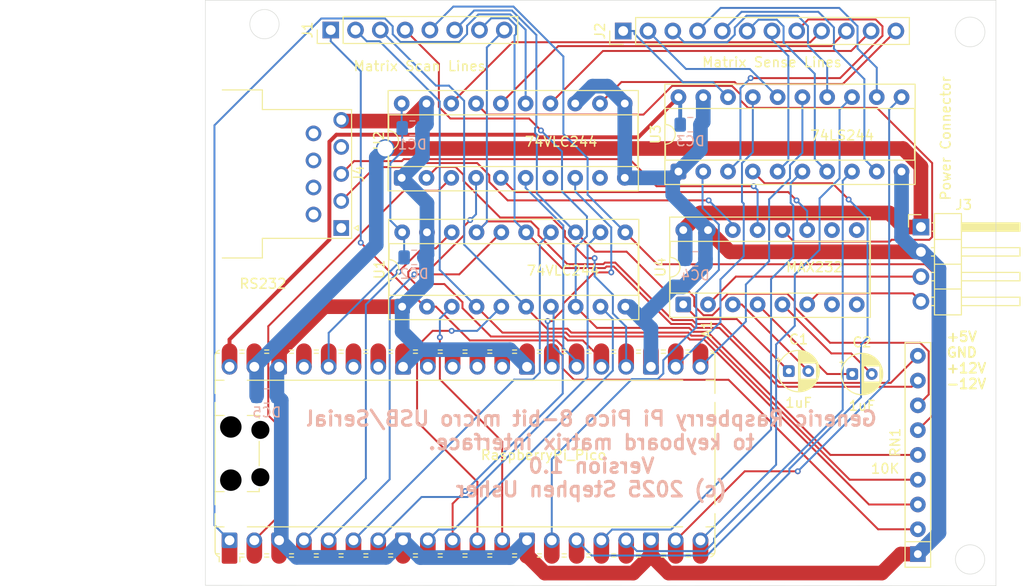
<source format=kicad_pcb>
(kicad_pcb (version 20241229) (generator "pcbnew") (generator_version "9.0")
  (layers (0 "F.Cu" signal) (2 "B.Cu" signal) (13 "F.Paste" user) (15 "B.Paste" user) (5 "F.SilkS" user "F.Silkscreen") (7 "B.SilkS" user "B.Silkscreen") (1 "F.Mask" user) (3 "B.Mask" user) (25 "Edge.Cuts" user))
  (net 0 "")
  (net 2 "GND")
  (net 3 "GPIO4")
  (net 4 "GPIO18")
  (net 5 "GPIO6")
  (net 7 "GPIO7")
  (net 10 "GPIO2")
  (net 11 "VBUS")
  (net 12 "GPIO14")
  (net 15 "GPIO3")
  (net 17 "GPIO15")
  (net 19 "GPIO11")
  (net 20 "RX3")
  (net 21 "GPIO10")
  (net 22 "GPIO12")
  (net 23 "GPIO21")
  (net 24 "GPIO16")
  (net 26 "GPIO19")
  (net 28 "GPIO13")
  (net 29 "GPIO17")
  (net 30 "+5V")
  (net 31 "+3.3V")
  (net 32 "GPIO20")
  (net 33 "TX3")
  (net 34 "GPIO5")
  (net 38 "GPIO9")
  (net 39 "GPIO8")
  (net 41 "Net-(U4-C1+)")
  (net 42 "Net-(U4-C1-)")
  (net 43 "Net-(U4-C2-)")
  (net 44 "Net-(U4-C2+)")
  (net 45 "SCAN4")
  (net 46 "SCAN6")
  (net 47 "SCAN1")
  (net 48 "SCAN5")
  (net 49 "SCAN0")
  (net 50 "SCAN2")
  (net 51 "SCAN7")
  (net 52 "SCAN3")
  (net 53 "SENSE4")
  (net 54 "SENSE8")
  (net 55 "SENSE0")
  (net 56 "SENSE10")
  (net 57 "SENSE11")
  (net 58 "SENSE2")
  (net 59 "SENSE7")
  (net 60 "SENSE3")
  (net 61 "SENSE5")
  (net 62 "SENSE1")
  (net 63 "SENSE9")
  (net 64 "SENSE6")
  (net 65 "-12V")
  (net 66 "+12V")
  (net 70 "RSRX")
  (net 73 "RSTX")
  (net 76 "RX5")
  (net 77 "TX5")
  (footprint "Package_DIP:DIP-20_W7.62mm_Socket" (layer "F.Cu") (at 117.47 57.55 90)
    (property "Reference" "U3")
    (property "Value" "74LS244")
  )
  (footprint "Package_DIP:DIP-20_W7.62mm_Socket" (layer "F.Cu") (at 89.11 58.2 90)
    (property "Reference" "U2")
    (property "Value" "74VLC244")
  )
  (footprint "Capacitor_THT:CP_Radial_D4.0mm_P2.00mm" (layer "F.Cu") (at 135.2774 78.3)
    (property "Reference" "C2")
    (property "Value" "1uF")
  )
  (footprint "Connector_PinHeader_2.54mm:PinHeader_1x04_P2.54mm_Horizontal" (layer "F.Cu") (at 142.315 63.24)
    (property "Reference" "J3")
    (property "Value" "Power Connector")
  )
  (footprint "Module:RaspberryPi_Pico_Common_Unspecified" (layer "F.Cu") (at 95.6 86.45 90)
    (property "Reference" "A1")
    (property "Value" "RaspberryPi_Pico")
  )
  (footprint "Package_DIP:DIP-16_W7.62mm_Socket" (layer "F.Cu") (at 117.96 71.17 90)
    (property "Reference" "U4")
    (property "Value" "MAX232")
  )
  (footprint "Connector_PinHeader_2.54mm:PinHeader_1x12_P2.54mm_Vertical" (layer "F.Cu") (at 111.81 43.15 90)
    (property "Reference" "J2")
    (property "Value" "Matrix Sense Lines")
  )
  (footprint "Connector_Dsub:DSUB-9_Socket_Horizontal_P2.77x2.84mm_EdgePinOffset9.40mm" (layer "F.Cu") (at 82.9153 63.34 -90)
    (property "Reference" "J4")
    (property "Value" "RS232")
  )
  (footprint "Capacitor_THT:CP_Radial_D4.0mm_P2.00mm" (layer "F.Cu") (at 128.7774 78)
    (property "Reference" "C1")
    (property "Value" "1uF")
  )
  (footprint "Connector_PinHeader_2.54mm:PinHeader_1x08_P2.54mm_Vertical" (layer "F.Cu") (at 81.84 43.05 90)
    (property "Reference" "J1")
    (property "Value" "Matrix Scan Lines")
  )
  (footprint "Resistor_THT:R_Array_SIP9" (layer "F.Cu") (at 142 96.75 90)
    (property "Reference" "RN1")
    (property "Value" "10K")
  )
  (footprint "Package_DIP:DIP-20_W7.62mm_Socket" (layer "F.Cu") (at 89.16 71.4 90)
    (property "Reference" "U1")
    (property "Value" "74VLC244")
  )
  (footprint "Capacitor_SMD:C_0805_2012Metric_Pad1.18x1.45mm_HandSolder" (layer "B.Cu") (at 119.2 66.5)
    (property "Reference" "DC4")
    (property "Value" "0.1uF")
  )
  (footprint "Capacitor_SMD:C_0805_2012Metric_Pad1.18x1.45mm_HandSolder" (layer "B.Cu") (at 90.2 53.1)
    (property "Reference" "DC1")
    (property "Value" "0.1uF")
  )
  (footprint "Capacitor_SMD:C_0805_2012Metric_Pad1.18x1.45mm_HandSolder" (layer "B.Cu") (at 118.6875 52.75)
    (property "Reference" "DC3")
    (property "Value" "0.1uF")
  )
  (footprint "Capacitor_SMD:C_0805_2012Metric_Pad1.18x1.45mm_HandSolder" (layer "B.Cu") (at 75.2875 80.55)
    (property "Reference" "DC5")
    (property "Value" "0.1uF")
  )
  (footprint "Capacitor_SMD:C_0805_2012Metric_Pad1.18x1.45mm_HandSolder" (layer "B.Cu") (at 90.4 66.35)
    (property "Reference" "DC2")
    (property "Value" "0.1uF")
  )
  (gr_line (start 69 40) (end 150 40) (stroke (width 0.05)) (layer "Edge.Cuts"))
  (gr_line (start 69 99.95) (end 69 40) (stroke (width 0.05)) (layer "Edge.Cuts"))
  (gr_line (start 150 100) (end 69 99.95) (stroke (width 0.05)) (layer "Edge.Cuts"))
  (gr_line (start 150 40) (end 150 100) (stroke (width 0.05)) (layer "Edge.Cuts"))
  (gr_circle (center 147.35 97.3) (end 148.25 98.5) (stroke (width 0.05)) (fill no) (layer "Edge.Cuts"))
  (gr_circle (center 75.05 42.45) (end 73.75 41.7) (stroke (width 0.05)) (fill no) (layer "Edge.Cuts"))
  (gr_circle (center 147.35 43.25) (end 148.35 42.1) (stroke (width 0.05)) (fill no) (layer "Edge.Cuts"))
  (gr_text "+5V\nGND\n+12V\n-12V" (at 144.85 79.9 0) (layer "F.SilkS") (effects (font (size 1 1) (thickness 0.2) (bold yes)) (justify left bottom)))
  (gr_text "Generic Raspberry Pi Pico 8-bit micro USB/Serial\nto keyboard matrix interface.\nVersion 1.0\n(c) 2025 Stephen Usher" (at 108.55 86.5 0) (layer "B.SilkS") (effects (font (size 1.5 1.5) (thickness 0.3) (bold yes)) (justify mirror)))
  (segment (start 76.55 96.14) (end 76.55 95.34) (width 1.5) (layer "F.Cu") (net 2))
  (segment (start 101.95 96.14) (end 101.95 95.34) (width 1.5) (layer "F.Cu") (net 2))
  (segment (start 140.2499 96.75) (end 138.3067 98.6932) (width 1.5) (layer "F.Cu") (net 2))
  (segment (start 114.65 96.873) (end 112.8249 98.6981) (width 1.5) (layer "F.Cu") (net 2))
  (segment (start 114.65 76.76) (end 114.65 77.56) (width 1.5) (layer "F.Cu") (net 2))
  (segment (start 138.3067 98.6932) (end 116.4702 98.6932) (width 1.5) (layer "F.Cu") (net 2))
  (segment (start 103.7751 98.6981) (end 101.95 96.873) (width 1.5) (layer "F.Cu") (net 2))
  (segment (start 91.65 50.58) (end 89.8476 52.3824) (width 1.5) (layer "F.Cu") (net 2))
  (segment (start 76.55 76.0276) (end 81.1776 71.4) (width 1.5) (layer "F.Cu") (net 2))
  (segment (start 142.315 65.78) (end 122.73 65.78) (width 1.5) (layer "F.Cu") (net 2))
  (segment (start 101.95 96.873) (end 101.95 96.14) (width 1.5) (layer "F.Cu") (net 2))
  (segment (start 114.65 96.873) (end 114.65 96.14) (width 1.5) (layer "F.Cu") (net 2))
  (segment (start 116.4702 98.6932) (end 114.65 96.873) (width 1.5) (layer "F.Cu") (net 2))
  (segment (start 101.95 76.76) (end 101.95 77.56) (width 1.5) (layer "F.Cu") (net 2))
  (segment (start 83.0377 52.3824) (end 82.9153 52.26) (width 1.5) (layer "F.Cu") (net 2))
  (segment (start 76.55 77.56) (end 76.55 76.76) (width 1.5) (layer "F.Cu") (net 2))
  (segment (start 89.25 77.56) (end 89.25 76.76) (width 1.5) (layer "F.Cu") (net 2))
  (segment (start 114.65 95.34) (end 114.65 96.14) (width 1.5) (layer "F.Cu") (net 2))
  (segment (start 142 96.75) (end 140.2499 96.75) (width 1.5) (layer "F.Cu") (net 2))
  (segment (start 76.55 76.76) (end 76.55 76.0276) (width 1.5) (layer "F.Cu") (net 2))
  (segment (start 122.73 65.78) (end 120.5 63.55) (width 1.5) (layer "F.Cu") (net 2))
  (segment (start 89.8476 52.3824) (end 83.0377 52.3824) (width 1.5) (layer "F.Cu") (net 2))
  (segment (start 89.25 95.34) (end 89.25 96.14) (width 1.5) (layer "F.Cu") (net 2))
  (segment (start 81.1776 71.4) (end 89.16 71.4) (width 1.5) (layer "F.Cu") (net 2))
  (segment (start 112.8249 98.6981) (end 103.7751 98.6981) (width 1.5) (layer "F.Cu") (net 2))
  (segment (start 120.2375 67.0649) (end 117.9262 69.3762) (width 1.5) (layer "B.Cu") (net 2))
  (segment (start 91.6567 68.9033) (end 91.6567 66.5692) (width 1.5) (layer "B.Cu") (net 2))
  (segment (start 144.1618 67.4933) (end 142.4485 65.78) (width 1.5) (layer "B.Cu") (net 2))
  (segment (start 117.47 57.6149) (end 117.47 57.55) (width 1.5) (layer "B.Cu") (net 2))
  (segment (start 108.6661 48.8039) (end 110.1939 48.8039) (width 1.5) (layer "B.Cu") (net 2))
  (segment (start 119.725 52.75) (end 120.01 52.465) (width 1.5) (layer "B.Cu") (net 2))
  (segment (start 76.5825 95.3075) (end 78.3652 97.0902) (width 1.5) (layer "B.Cu") (net 2))
  (segment (start 91.2375 56.0725) (end 91.2375 53.1) (width 1.5) (layer "B.Cu") (net 2))
  (segment (start 117.9262 69.3762) (end 116.9542 69.3762) (width 1.5) (layer "B.Cu") (net 2))
  (segment (start 78.3652 97.0902) (end 87.4998 97.0902) (width 1.5) (layer "B.Cu") (net 2))
  (segment (start 142.315 65.78) (end 141.8096 65.78) (width 1.5) (layer "B.Cu") (net 2))
  (segment (start 110.1939 48.8039) (end 111.97 50.58) (width 1.5) (layer "B.Cu") (net 2))
  (segment (start 111.97 58.2) (end 116.8849 58.2) (width 1.5) (layer "B.Cu") (net 2))
  (segment (start 91.02 97.11) (end 100.18 97.11) (width 1.5) (layer "B.Cu") (net 2))
  (segment (start 100.18 97.11) (end 101.95 95.34) (width 1.5) (layer "B.Cu") (net 2))
  (segment (start 142 96.75) (end 144.1618 94.5882) (width 1.5) (layer "B.Cu") (net 2))
  (segment (start 89.16 73.9618) (end 89.16 71.4) (width 1.5) (layer "B.Cu") (net 2))
  (segment (start 76.325 80.55) (end 76.7721 80.9971) (width 1.5) (layer "B.Cu") (net 2))
  (segment (start 117.47 57.55) (end 119.725 55.295) (width 1.5) (layer "B.Cu") (net 2))
  (segment (start 76.7721 95.1179) (end 76.5825 95.3075) (width 1.5) (layer "B.Cu") (net 2))
  (segment (start 112.4464 71.4) (end 112.02 71.4) (width 1.5) (layer "B.Cu") (net 2))
  (segment (start 119.725 55.295) (end 119.725 52.75) (width 1.5) (layer "B.Cu") (net 2))
  (segment (start 91.7 60.79) (end 91.7 63.78) (width 1.5) (layer "B.Cu") (net 2))
  (segment (start 91.6567 66.5692) (end 91.4375 66.35) (width 1.5) (layer "B.Cu") (net 2))
  (segment (start 91.7 63.78) (end 91.7 66.0875) (width 1.5) (layer "B.Cu") (net 2))
  (segment (start 89.16 71.4) (end 91.6567 68.9033) (width 1.5) (layer "B.Cu") (net 2))
  (segment (start 101.95 77.56) (end 100.1959 75.8059) (width 1.5) (layer "B.Cu") (net 2))
  (segment (start 76.5825 95.3075) (end 76.55 95.34) (width 1.5) (layer "B.Cu") (net 2))
  (segment (start 91.7 66.0875) (end 91.4375 66.35) (width 1.5) (layer "B.Cu") (net 2))
  (segment (start 113.6884 72.642) (end 112.4464 71.4) (width 1.5) (layer "B.Cu") (net 2))
  (segment (start 120.2375 66.5) (end 120.2375 67.0649) (width 1.5) (layer "B.Cu") (net 2))
  (segment (start 120.2375 66.5) (end 120.2375 63.8125) (width 1.5) (layer "B.Cu") (net 2))
  (segment (start 120.2375 63.8125) (end 120.5 63.55) (width 1.5) (layer "B.Cu") (net 2))
  (segment (start 91.2375 53.1) (end 91.65 52.6875) (width 1.5) (layer "B.Cu") (net 2))
  (segment (start 91.65 52.6875) (end 91.65 50.58) (width 1.5) (layer "B.Cu") (net 2))
  (segment (start 114.65 77.56) (end 114.65 73.6036) (width 1.5) (layer "B.Cu") (net 2))
  (segment (start 91.0041 75.8059) (end 89.25 77.56) (width 1.5) (layer "B.Cu") (net 2))
  (segment (start 76.55 77.56) (end 76.325 77.785) (width 1.5) (layer "B.Cu") (net 2))
  (segment (start 87.4998 97.0902) (end 89.25 95.34) (width 1.5) (layer "B.Cu") (net 2))
  (segment (start 89.11 58.2) (end 91.2375 56.0725) (width 1.5) (layer "B.Cu") (net 2))
  (segment (start 89.11 58.2) (end 91.7 60.79) (width 1.5) (layer "B.Cu") (net 2))
  (segment (start 111.97 50.58) (end 111.97 58.2) (width 1.5) (layer "B.Cu") (net 2))
  (segment (start 106.89 50.58) (end 108.6661 48.8039) (width 1.5) (layer "B.Cu") (net 2))
  (segment (start 91.0041 75.8059) (end 89.16 73.9618) (width 1.5) (layer "B.Cu") (net 2))
  (segment (start 142.4485 65.78) (end 142.315 65.78) (width 1.5) (layer "B.Cu") (net 2))
  (segment (start 89.25 95.34) (end 91.02 97.11) (width 1.5) (layer "B.Cu") (net 2))
  (segment (start 144.1618 94.5882) (end 144.1618 67.4933) (width 1.5) (layer "B.Cu") (net 2))
  (segment (start 120.01 52.465) (end 120.01 49.93) (width 1.5) (layer "B.Cu") (net 2))
  (segment (start 116.8849 58.2) (end 117.47 57.6149) (width 1.5) (layer "B.Cu") (net 2))
  (segment (start 114.65 73.6036) (end 113.6884 72.642) (width 1.5) (layer "B.Cu") (net 2))
  (segment (start 116.9542 69.3762) (end 113.6884 72.642) (width 1.5) (layer "B.Cu") (net 2))
  (segment (start 100.1959 75.8059) (end 91.0041 75.8059) (width 1.5) (layer "B.Cu") (net 2))
  (segment (start 76.7721 80.9971) (end 76.7721 95.1179) (width 1.5) (layer "B.Cu") (net 2))
  (segment (start 76.325 77.785) (end 76.325 80.55) (width 1.5) (layer "B.Cu") (net 2))
  (segment (start 140.33 64.3004) (end 140.33 57.55) (width 1.5) (layer "B.Cu") (net 2))
  (segment (start 116.8849 59.9349) (end 116.8849 58.2) (width 1.5) (layer "B.Cu") (net 2))
  (segment (start 120.5 63.55) (end 116.8849 59.9349) (width 1.5) (layer "B.Cu") (net 2))
  (segment (start 141.8096 65.78) (end 140.33 64.3004) (width 1.5) (layer "B.Cu") (net 2))
  (segment (start 84.17 95.34) (end 84.17 96.14) (width 0.2) (layer "F.Cu") (net 3))
  (segment (start 84.17 95.34) (end 100.6318 78.8782) (width 0.2) (layer "B.Cu") (net 3))
  (segment (start 102.5463 78.8782) (end 103.2636 78.1609) (width 0.2) (layer "B.Cu") (net 3))
  (segment (start 100.6318 78.8782) (end 102.5463 78.8782) (width 0.2) (layer "B.Cu") (net 3))
  (segment (start 103.2636 64.9164) (end 104.4 63.78) (width 0.2) (layer "B.Cu") (net 3))
  (segment (start 103.2636 78.1609) (end 103.2636 64.9164) (width 0.2) (layer "B.Cu") (net 3))
  (segment (start 105.8304 64.2391) (end 105.8304 63.6497) (width 0.2) (layer "F.Cu") (net 4))
  (segment (start 92.7663 57.0837) (end 91.65 58.2) (width 0.2) (layer "F.Cu") (net 4))
  (segment (start 108.8797 66.4287) (end 108.02 66.4287) (width 0.2) (layer "F.Cu") (net 4))
  (segment (start 105.8304 63.6497) (end 104.4442 62.2635) (width 0.2) (layer "F.Cu") (net 4))
  (segment (start 95.46 58.5274) (end 95.46 57.902) (width 0.2) (layer "F.Cu") (net 4))
  (segment (start 108.02 66.4287) (end 105.8304 64.2391) (width 0.2) (layer "F.Cu") (net 4))
  (segment (start 95.46 57.902) (end 94.6417 57.0837) (width 0.2) (layer "F.Cu") (net 4))
  (segment (start 104.4442 62.2635) (end 99.1961 62.2635) (width 0.2) (layer "F.Cu") (net 4))
  (segment (start 99.1961 62.2635) (end 95.46 58.5274) (width 0.2) (layer "F.Cu") (net 4))
  (segment (start 112.11 77.56) (end 112.11 76.76) (width 0.2) (layer "F.Cu") (net 4))
  (segment (start 94.6417 57.0837) (end 92.7663 57.0837) (width 0.2) (layer "F.Cu") (net 4))
  (via (at 108.8797 66.4287) (size 0.6) (drill 0.3) (layers "F.Cu" "B.Cu") (net 4))
  (segment (start 112.11 77.56) (end 112.11 73.4552) (width 0.2) (layer "B.Cu") (net 4))
  (segment (start 112.11 73.4552) (end 110.75 72.0952) (width 0.2) (layer "B.Cu") (net 4))
  (segment (start 108.8797 68.2887) (end 108.8797 66.4287) (width 0.2) (layer "B.Cu") (net 4))
  (segment (start 110.75 72.0952) (end 110.75 70.159) (width 0.2) (layer "B.Cu") (net 4))
  (segment (start 110.75 70.159) (end 108.8797 68.2887) (width 0.2) (layer "B.Cu") (net 4))
  (segment (start 91.79 95.34) (end 91.79 96.14) (width 0.2) (layer "F.Cu") (net 5))
  (segment (start 110.7447 77.9567) (end 110.7447 72.6647) (width 0.2) (layer "B.Cu") (net 5))
  (segment (start 94.4616 94.2398) (end 110.7447 77.9567) (width 0.2) (layer "B.Cu") (net 5))
  (segment (start 92.8902 94.2398) (end 94.4616 94.2398) (width 0.2) (layer "B.Cu") (net 5))
  (segment (start 110.7447 72.6647) (end 109.48 71.4) (width 0.2) (layer "B.Cu") (net 5))
  (segment (start 91.79 95.34) (end 92.8902 94.2398) (width 0.2) (layer "B.Cu") (net 5))
  (segment (start 94.33 91.5837) (end 95.614 90.2997) (width 0.2) (layer "F.Cu") (net 7))
  (segment (start 94.33 96.14) (end 94.33 95.34) (width 0.2) (layer "F.Cu") (net 7))
  (segment (start 94.33 95.34) (end 94.33 91.5837) (width 0.2) (layer "F.Cu") (net 7))
  (via (at 95.614 90.2997) (size 0.6) (drill 0.3) (layers "F.Cu" "B.Cu") (net 7))
  (segment (start 105.6113 80.3024) (end 95.614 90.2997) (width 0.2) (layer "B.Cu") (net 7))
  (segment (start 105.6113 76.4241) (end 105.6113 80.3024) (width 0.2) (layer "B.Cu") (net 7))
  (segment (start 104.4 71.4) (end 104.6751 71.6751) (width 0.2) (layer "B.Cu") (net 7))
  (segment (start 104.6751 75.4879) (end 105.6113 76.4241) (width 0.2) (layer "B.Cu") (net 7))
  (segment (start 104.6751 71.6751) (end 104.6751 75.4879) (width 0.2) (layer "B.Cu") (net 7))
  (segment (start 88.8038 67.8206) (end 91.2014 65.423) (width 0.2) (layer "F.Cu") (net 10))
  (segment (start 91.2014 65.423) (end 92.597 65.423) (width 0.2) (layer "F.Cu") (net 10))
  (segment (start 92.597 65.423) (end 94.24 63.78) (width 0.2) (layer "F.Cu") (net 10))
  (segment (start 79.09 95.34) (end 79.09 96.14) (width 0.2) (layer "F.Cu") (net 10))
  (via (at 88.8038 67.8206) (size 0.6) (drill 0.3) (layers "F.Cu" "B.Cu") (net 10))
  (segment (start 85.44 71.1844) (end 88.8038 67.8206) (width 0.2) (layer "B.Cu") (net 10))
  (segment (start 85.44 88.99) (end 85.44 71.1844) (width 0.2) (layer "B.Cu") (net 10))
  (segment (start 79.09 95.34) (end 85.44 88.99) (width 0.2) (layer "B.Cu") (net 10))
  (segment (start 102.824 53.7783) (end 103.0894 54.0437) (width 0.4) (layer "F.Cu") (net 11))
  (segment (start 71.47 77.56) (end 71.47 76.76) (width 0.4) (layer "F.Cu") (net 11))
  (segment (start 81.7029 54.4967) (end 82.4213 53.7783) (width 0.4) (layer "F.Cu") (net 11))
  (segment (start 71.47 76.76) (end 71.47 74.7629) (width 0.4) (layer "F.Cu") (net 11))
  (segment (start 71.47 74.7629) (end 81.7029 64.53) (width 0.4) (layer "F.Cu") (net 11))
  (segment (start 81.7029 64.53) (end 81.7029 54.4967) (width 0.4) (layer "F.Cu") (net 11))
  (segment (start 82.4213 53.7783) (end 102.824 53.7783) (width 0.4) (layer "F.Cu") (net 11))
  (segment (start 113.3563 54.0437) (end 117.47 49.93) (width 0.4) (layer "F.Cu") (net 11))
  (segment (start 103.0894 54.0437) (end 113.3563 54.0437) (width 0.4) (layer "F.Cu") (net 11))
  (segment (start 117.47 49.93) (end 117.65 50.11) (width 0.4) (layer "B.Cu") (net 11))
  (segment (start 117.65 50.11) (end 117.65 52.75) (width 0.4) (layer "B.Cu") (net 11))
  (segment (start 124.2613 88.2687) (end 129.6995 88.2687) (width 0.2) (layer "F.Cu") (net 12))
  (segment (start 117.19 95.34) (end 124.2613 88.2687) (width 0.2) (layer "F.Cu") (net 12))
  (segment (start 117.19 95.34) (end 117.19 96.14) (width 0.2) (layer "F.Cu") (net 12))
  (via (at 129.6995 88.2687) (size 0.6) (drill 0.3) (layers "F.Cu" "B.Cu") (net 12))
  (segment (start 139.06 78.9082) (end 139.06 51.2) (width 0.2) (layer "B.Cu") (net 12))
  (segment (start 139.06 51.2) (end 140.33 49.93) (width 0.2) (layer "B.Cu") (net 12))
  (segment (start 129.6995 88.2687) (end 139.06 78.9082) (width 0.2) (layer "B.Cu") (net 12))
  (segment (start 95.0122 68.0878) (end 99.32 63.78) (width 0.2) (layer "F.Cu") (net 15))
  (segment (start 90.4066 68.0878) (end 95.0122 68.0878) (width 0.2) (layer "F.Cu") (net 15))
  (segment (start 81.63 95.34) (end 81.63 96.14) (width 0.2) (layer "F.Cu") (net 15))
  (via (at 90.4066 68.0878) (size 0.6) (drill 0.3) (layers "F.Cu" "B.Cu") (net 15))
  (segment (start 81.63 95.34) (end 87.8791 89.0909) (width 0.2) (layer "B.Cu") (net 15))
  (segment (start 87.8791 89.0909) (end 87.8791 70.6153) (width 0.2) (layer "B.Cu") (net 15))
  (segment (start 87.8791 70.6153) (end 90.4066 68.0878) (width 0.2) (layer "B.Cu") (net 15))
  (segment (start 119.73 95.34) (end 119.73 96.14) (width 0.2) (layer "F.Cu") (net 17))
  (segment (start 131.93 65.5717) (end 131.93 60.3041) (width 0.2) (layer "B.Cu") (net 17))
  (segment (start 129.39 73.3585) (end 129.39 68.1117) (width 0.2) (layer "B.Cu") (net 17))
  (segment (start 131.93 60.3041) (end 133.98 58.2541) (width 0.2) (layer "B.Cu") (net 17))
  (segment (start 119.73 95.34) (end 127.4768 87.5932) (width 0.2) (layer "B.Cu") (net 17))
  (segment (start 133.98 51.2) (end 135.25 49.93) (width 0.2) (layer "B.Cu") (net 17))
  (segment (start 127.4768 87.5932) (end 127.4768 75.2717) (width 0.2) (layer "B.Cu") (net 17))
  (segment (start 127.4768 75.2717) (end 129.39 73.3585) (width 0.2) (layer "B.Cu") (net 17))
  (segment (start 129.39 68.1117) (end 131.93 65.5717) (width 0.2) (layer "B.Cu") (net 17))
  (segment (start 133.98 58.2541) (end 133.98 51.2) (width 0.2) (layer "B.Cu") (net 17))
  (segment (start 126.2929 58.7529) (end 125.09 57.55) (width 0.2) (layer "F.Cu") (net 19))
  (segment (start 133.2456 58.7529) (end 126.2929 58.7529) (width 0.2) (layer "F.Cu") (net 19))
  (segment (start 107.03 95.34) (end 107.03 96.14) (width 0.2) (layer "F.Cu") (net 19))
  (segment (start 134.9123 60.4196) (end 133.2456 58.7529) (width 0.2) (layer "F.Cu") (net 19))
  (via (at 134.9123 60.4196) (size 0.6) (drill 0.3) (layers "F.Cu" "B.Cu") (net 19))
  (segment (start 107.03 95.34) (end 108.5906 96.9006) (width 0.2) (layer "B.Cu") (net 19))
  (segment (start 120.3893 96.9006) (end 128.8355 88.4544) (width 0.2) (layer "B.Cu") (net 19))
  (segment (start 136.847 74.6081) (end 136.847 62.3543) (width 0.2) (layer "B.Cu") (net 19))
  (segment (start 108.5906 96.9006) (end 120.3893 96.9006) (width 0.2) (layer "B.Cu") (net 19))
  (segment (start 136.847 62.3543) (end 134.9123 60.4196) (width 0.2) (layer "B.Cu") (net 19))
  (segment (start 128.8355 88.4544) (end 128.8355 88.0202) (width 0.2) (layer "B.Cu") (net 19))
  (segment (start 128.8355 88.0202) (end 136.1786 80.6771) (width 0.2) (layer "B.Cu") (net 19))
  (segment (start 136.1786 75.2765) (end 136.847 74.6081) (width 0.2) (layer "B.Cu") (net 19))
  (segment (start 136.1786 80.6771) (end 136.1786 75.2765) (width 0.2) (layer "B.Cu") (net 19))
  (segment (start 76.1246 83.2246) (end 75.4395 82.5395) (width 0.2) (layer "F.Cu") (net 20))
  (segment (start 74.01 95.34) (end 76.1246 93.2254) (width 0.2) (layer "F.Cu") (net 20))
  (segment (start 75.4395 73.4051) (end 89.3194 59.5252) (width 0.2) (layer "F.Cu") (net 20))
  (segment (start 74.01 96.14) (end 74.01 95.34) (width 0.2) (layer "F.Cu") (net 20))
  (segment (start 75.4395 82.5395) (end 75.4395 73.4051) (width 0.2) (layer "F.Cu") (net 20))
  (segment (start 92.8648 59.5252) (end 94.19 58.2) (width 0.2) (layer "F.Cu") (net 20))
  (segment (start 76.1246 93.2254) (end 76.1246 83.2246) (width 0.2) (layer "F.Cu") (net 20))
  (segment (start 89.3194 59.5252) (end 92.8648 59.5252) (width 0.2) (layer "F.Cu") (net 20))
  (segment (start 104.49 96.14) (end 104.49 95.34) (width 0.2) (layer "F.Cu") (net 21))
  (segment (start 115.9173 78.2502) (end 115.9173 76.8796) (width 0.2) (layer "B.Cu") (net 21))
  (segment (start 119.294 69.9598) (end 121.6087 67.6451) (width 0.2) (layer "B.Cu") (net 21))
  (segment (start 104.49 87.0294) (end 112.6927 78.8267) (width 0.2) (layer "B.Cu") (net 21))
  (segment (start 104.49 95.34) (end 104.49 87.0294) (width 0.2) (layer "B.Cu") (net 21))
  (segment (start 119.294 73.5029) (end 119.294 69.9598) (width 0.2) (layer "B.Cu") (net 21))
  (segment (start 121.6087 67.6451) (end 121.6087 62.9853) (width 0.2) (layer "B.Cu") (net 21))
  (segment (start 121.6087 62.9853) (end 119.9369 61.3135) (width 0.2) (layer "B.Cu") (net 21))
  (segment (start 115.3408 78.8267) (end 115.9173 78.2502) (width 0.2) (layer "B.Cu") (net 21))
  (segment (start 119.9369 61.3135) (end 119.9369 57.6231) (width 0.2) (layer "B.Cu") (net 21))
  (segment (start 115.9173 76.8796) (end 119.294 73.5029) (width 0.2) (layer "B.Cu") (net 21))
  (segment (start 112.6927 78.8267) (end 115.3408 78.8267) (width 0.2) (layer "B.Cu") (net 21))
  (segment (start 119.9369 57.6231) (end 120.01 57.55) (width 0.2) (layer "B.Cu") (net 21))
  (segment (start 109.57 95.34) (end 109.57 96.14) (width 0.2) (layer "F.Cu") (net 22))
  (segment (start 129.2407 66.2868) (end 126.9602 68.5673) (width 0.2) (layer "B.Cu") (net 22))
  (segment (start 128.9703 60.7559) (end 129.2407 61.0263) (width 0.2) (layer "B.Cu") (net 22))
  (segment (start 130.17 57.55) (end 128.9703 58.7497) (width 0.2) (layer "B.Cu") (net 22))
  (segment (start 128.9703 58.7497) (end 128.9703 60.7559) (width 0.2) (layer "B.Cu") (net 22))
  (segment (start 116.705 94.2398) (end 110.6702 94.2398) (width 0.2) (layer "B.Cu") (net 22))
  (segment (start 110.6702 94.2398) (end 109.57 95.34) (width 0.2) (layer "B.Cu") (net 22))
  (segment (start 126.9602 83.9846) (end 116.705 94.2398) (width 0.2) (layer "B.Cu") (net 22))
  (segment (start 129.2407 61.0263) (end 129.2407 66.2868) (width 0.2) (layer "B.Cu") (net 22))
  (segment (start 126.9602 68.5673) (end 126.9602 83.9846) (width 0.2) (layer "B.Cu") (net 22))
  (segment (start 104.49 77.56) (end 104.49 76.76) (width 0.2) (layer "F.Cu") (net 23))
  (segment (start 108.8639 67.8856) (end 110.584 67.8856) (width 0.2) (layer "F.Cu") (net 23))
  (segment (start 104.4817 72.8743) (end 105.67 71.686) (width 0.2) (layer "F.Cu") (net 23))
  (segment (start 104.075 72.8743) (end 104.4817 72.8743) (width 0.2) (layer "F.Cu") (net 23))
  (segment (start 105.67 71.686) (end 105.67 71.0795) (width 0.2) (layer "F.Cu") (net 23))
  (segment (start 105.67 71.0795) (end 108.8639 67.8856) (width 0.2) (layer "F.Cu") (net 23))
  (via (at 104.075 72.8743) (size 0.6) (drill 0.3) (layers "F.Cu" "B.Cu") (net 23))
  (via (at 110.584 67.8856) (size 0.6) (drill 0.3) (layers "F.Cu" "B.Cu") (net 23))
  (segment (start 110.584 63.2774) (end 106.89 59.5834) (width 0.2) (layer "B.Cu") (net 23))
  (segment (start 104.49 77.56) (end 104.075 77.145) (width 0.2) (layer "B.Cu") (net 23))
  (segment (start 104.075 77.145) (end 104.075 72.8743) (width 0.2) (layer "B.Cu") (net 23))
  (segment (start 106.89 59.5834) (end 106.89 58.2) (width 0.2) (layer "B.Cu") (net 23))
  (segment (start 110.584 67.8856) (end 110.584 63.2774) (width 0.2) (layer "B.Cu") (net 23))
  (segment (start 119.73 76.76) (end 119.73 77.56) (width 0.2) (layer "F.Cu") (net 24))
  (segment (start 130.17 55.6295) (end 130.17 49.93) (width 0.2) (layer "B.Cu") (net 24))
  (segment (start 124.3755 72.9145) (end 124.3755 69.1271) (width 0.2) (layer "B.Cu") (net 24))
  (segment (start 119.73 77.56) (end 124.3755 72.9145) (width 0.2) (layer "B.Cu") (net 24))
  (segment (start 128.9 58.2541) (end 128.9 56.8995) (width 0.2) (layer "B.Cu") (net 24))
  (segment (start 128.9 56.8995) (end 130.17 55.6295) (width 0.2) (layer "B.Cu") (net 24))
  (segment (start 126.7602 60.3939) (end 128.9 58.2541) (width 0.2) (layer "B.Cu") (net 24))
  (segment (start 124.3755 69.1271) (end 126.7602 66.7424) (width 0.2) (layer "B.Cu") (net 24))
  (segment (start 126.7602 66.7424) (end 126.7602 60.3939) (width 0.2) (layer "B.Cu") (net 24))
  (segment (start 107.6669 74.8569) (end 109.57 76.76) (width 0.2) (layer "F.Cu") (net 26))
  (segment (start 95.3401 71.5459) (end 98.251 74.4568) (width 0.2) (layer "F.Cu") (net 26))
  (segment (start 105.7257 74.4568) (end 106.1258 74.8569) (width 0.2) (layer "F.Cu") (net 26))
  (segment (start 92.0883 67.4877) (end 90.1242 67.4877) (width 0.2) (layer "F.Cu") (net 26))
  (segment (start 95.51 64.066) (end 92.0883 67.4877) (width 0.2) (layer "F.Cu") (net 26))
  (segment (start 109.57 77.56) (end 109.57 76.76) (width 0.2) (layer "F.Cu") (net 26))
  (segment (start 106.1258 74.8569) (end 107.6669 74.8569) (width 0.2) (layer "F.Cu") (net 26))
  (segment (start 90.5381 69.0831) (end 93.4789 69.0831) (width 0.2) (layer "F.Cu") (net 26))
  (segment (start 93.4789 69.0831) (end 95.3401 70.9443) (width 0.2) (layer "F.Cu") (net 26))
  (segment (start 98.251 74.4568) (end 105.7257 74.4568) (width 0.2) (layer "F.Cu") (net 26))
  (segment (start 95.3401 70.9443) (end 95.3401 71.5459) (width 0.2) (layer "F.Cu") (net 26))
  (segment (start 90.1242 67.4877) (end 89.7852 67.8267) (width 0.2) (layer "F.Cu") (net 26))
  (segment (start 96.1276 62.525) (end 95.51 63.1426) (width 0.2) (layer "F.Cu") (net 26))
  (segment (start 95.51 63.1426) (end 95.51 64.066) (width 0.2) (layer "F.Cu") (net 26))
  (segment (start 89.7852 68.3302) (end 90.5381 69.0831) (width 0.2) (layer "F.Cu") (net 26))
  (segment (start 89.7852 67.8267) (end 89.7852 68.3302) (width 0.2) (layer "F.Cu") (net 26))
  (via (at 96.1276 62.525) (size 0.6) (drill 0.3) (layers "F.Cu" "B.Cu") (net 26))
  (segment (start 96.73 58.2) (end 96.73 61.9226) (width 0.2) (layer "B.Cu") (net 26))
  (segment (start 96.73 61.9226) (end 96.1276 62.525) (width 0.2) (layer "B.Cu") (net 26))
  (segment (start 112.11 95.34) (end 112.11 96.14) (width 0.2) (layer "F.Cu") (net 28))
  (segment (start 121.1178 95.172) (end 134.3001 81.9897) (width 0.2) (layer "B.Cu") (net 28))
  (segment (start 134.3001 58.4999) (end 135.25 57.55) (width 0.2) (layer "B.Cu") (net 28))
  (segment (start 134.3001 81.9897) (end 134.3001 58.4999) (width 0.2) (layer "B.Cu") (net 28))
  (segment (start 121.1178 95.511) (end 121.1178 95.172) (width 0.2) (layer "B.Cu") (net 28))
  (segment (start 120.1853 96.4435) (end 121.1178 95.511) (width 0.2) (layer "B.Cu") (net 28))
  (segment (start 112.11 95.34) (end 113.2135 96.4435) (width 0.2) (layer "B.Cu") (net 28))
  (segment (start 113.2135 96.4435) (end 120.1853 96.4435) (width 0.2) (layer "B.Cu") (net 28))
  (segment (start 117.19 76.76) (end 117.19 77.56) (width 0.2) (layer "F.Cu") (net 29))
  (segment (start 123.9789 56.6911) (end 125.09 55.58) (width 0.2) (layer "B.Cu") (net 29))
  (segment (start 121.77 68.6155) (end 124.1591 66.2264) (width 0.2) (layer "B.Cu") (net 29))
  (segment (start 124.1591 60.8443) (end 123.9789 60.6641) (width 0.2) (layer "B.Cu") (net 29))
  (segment (start 125.09 55.58) (end 125.09 49.93) (width 0.2) (layer "B.Cu") (net 29))
  (segment (start 117.19 77.56) (end 121.77 72.98) (width 0.2) (layer "B.Cu") (net 29))
  (segment (start 124.1591 66.2264) (end 124.1591 60.8443) (width 0.2) (layer "B.Cu") (net 29))
  (segment (start 121.77 72.98) (end 121.77 68.6155) (width 0.2) (layer "B.Cu") (net 29))
  (segment (start 123.9789 60.6641) (end 123.9789 56.6911) (width 0.2) (layer "B.Cu") (net 29))
  (segment (start 117.96 63.55) (end 119.7114 61.7986) (width 1.5) (layer "F.Cu") (net 30))
  (segment (start 119.7114 61.7986) (end 139.0735 61.7986) (width 1.5) (layer "F.Cu") (net 30))
  (segment (start 142.315 63.24) (end 140.5149 63.24) (width 1.5) (layer "F.Cu") (net 30))
  (segment (start 142.315 57.0274) (end 142.315 63.24) (width 1.5) (layer "F.Cu") (net 30))
  (segment (start 87.4236 55.1938) (end 140.4814 55.1938) (width 1.5) (layer "F.Cu") (net 30))
  (segment (start 139.0735 61.7986) (end 140.5149 63.24) (width 1.5) (layer "F.Cu") (net 30))
  (segment (start 74.01 77.56) (end 74.01 76.76) (width 1.5) (layer "F.Cu") (net 30))
  (segment (start 140.4814 55.1938) (end 142.315 57.0274) (width 1.5) (layer "F.Cu") (net 30))
  (via (at 87.4236 55.1938) (size 1.9) (drill 1.6) (layers "F.Cu" "B.Cu") (net 30))
  (segment (start 74.25 77.8) (end 74.01 77.56) (width 1.5) (layer "B.Cu") (net 30))
  (segment (start 117.96 63.55) (end 118.1625 63.7525) (width 1.5) (layer "B.Cu") (net 30))
  (segment (start 118.1625 63.7525) (end 118.1625 66.5) (width 1.5) (layer "B.Cu") (net 30))
  (segment (start 74.01 77.56) (end 86.5051 65.0649) (width 1.5) (layer "B.Cu") (net 30))
  (segment (start 74.25 80.55) (end 74.25 77.8) (width 1.5) (layer "B.Cu") (net 30))
  (segment (start 86.5051 56.1123) (end 87.4236 55.1938) (width 1.5) (layer "B.Cu") (net 30))
  (segment (start 86.5051 65.0649) (end 86.5051 56.1123) (width 1.5) (layer "B.Cu") (net 30))
  (segment (start 81.63 76.76) (end 81.63 77.56) (width 0.2) (layer "F.Cu") (net 31))
  (segment (start 89.3625 66.35) (end 89.3625 63.9825) (width 0.2) (layer "B.Cu") (net 31))
  (segment (start 81.63 77.56) (end 81.63 74.0825) (width 0.2) (layer "B.Cu") (net 31))
  (segment (start 89.1625 53.1) (end 89.11 53.0475) (width 0.2) (layer "B.Cu") (net 31))
  (segment (start 89.3625 63.9825) (end 89.16 63.78) (width 0.2) (layer "B.Cu") (net 31))
  (segment (start 87.9455 62.5655) (end 87.9455 56.7048) (width 0.2) (layer "B.Cu") (net 31))
  (segment (start 89.11 53.0475) (end 89.11 50.58) (width 0.2) (layer "B.Cu") (net 31))
  (segment (start 89.16 63.78) (end 87.9455 62.5655) (width 0.2) (layer "B.Cu") (net 31))
  (segment (start 89.1625 55.4878) (end 89.1625 53.1) (width 0.2) (layer "B.Cu") (net 31))
  (segment (start 87.9455 56.7048) (end 89.1625 55.4878) (width 0.2) (layer "B.Cu") (net 31))
  (segment (start 81.63 74.0825) (end 89.3625 66.35) (width 0.2) (layer "B.Cu") (net 31))
  (segment (start 107.03 76.76) (end 107.03 77.56) (width 0.2) (layer "F.Cu") (net 32))
  (segment (start 107.03 76.9943) (end 105.67 75.6343) (width 0.2) (layer "B.Cu") (net 32))
  (segment (start 101.81 59.2248) (end 101.81 58.2) (width 0.2) (layer "B.Cu") (net 32))
  (segment (start 105.67 63.0848) (end 101.81 59.2248) (width 0.2) (layer "B.Cu") (net 32))
  (segment (start 105.67 75.6343) (end 105.67 63.0848) (width 0.2) (layer "B.Cu") (net 32))
  (segment (start 107.03 77.56) (end 107.03 76.9943) (width 0.2) (layer "B.Cu") (net 32))
  (segment (start 71.47 95.34) (end 71.47 96.14) (width 0.2) (layer "F.Cu") (net 33))
  (segment (start 88.19 43.4823) (end 88.9807 44.273) (width 0.2) (layer "B.Cu") (net 33))
  (segment (start 95.81 43.4639) (end 95.81 42.6099) (width 0.2) (layer "B.Cu") (net 33))
  (segment (start 69.9252 52.8177) (end 80.8739 41.869) (width 0.2) (layer "B.Cu") (net 33))
  (segment (start 69.9252 93.7952) (end 69.9252 52.8177) (width 0.2) (layer "B.Cu") (net 33))
  (segment (start 80.8739 41.869) (end 87.3921 41.869) (width 0.2) (layer "B.Cu") (net 33))
  (segment (start 95.81 42.6099) (end 96.9704 41.4495) (width 0.2) (layer "B.Cu") (net 33))
  (segment (start 87.3921 41.869) (end 88.19 42.6669) (width 0.2) (layer "B.Cu") (net 33))
  (segment (start 71.47 95.34) (end 69.9252 93.7952) (width 0.2) (layer "B.Cu") (net 33))
  (segment (start 96.9704 41.4495) (end 100.2333 41.4495) (width 0.2) (layer "B.Cu") (net 33))
  (segment (start 88.9807 44.273) (end 95.0009 44.273) (width 0.2) (layer "B.Cu") (net 33))
  (segment (start 88.19 42.6669) (end 88.19 43.4823) (width 0.2) (layer "B.Cu") (net 33))
  (segment (start 100.2333 41.4495) (end 101.81 43.0262) (width 0.2) (layer "B.Cu") (net 33))
  (segment (start 101.81 43.0262) (end 101.81 50.58) (width 0.2) (layer "B.Cu") (net 33))
  (segment (start 95.0009 44.273) (end 95.81 43.4639) (width 0.2) (layer "B.Cu") (net 33))
  (segment (start 86.71 96.14) (end 86.71 95.34) (width 0.2) (layer "F.Cu") (net 34))
  (segment (start 91.1496 90.9004) (end 95.8634 90.9004) (width 0.2) (layer "B.Cu") (net 34))
  (segment (start 95.8634 90.9004) (end 108.1599 78.6039) (width 0.2) (layer "B.Cu") (net 34))
  (segment (start 108.1599 78.6039) (end 108.1599 65.1001) (width 0.2) (layer "B.Cu") (net 34))
  (segment (start 86.71 95.34) (end 91.1496 90.9004) (width 0.2) (layer "B.Cu") (net 34))
  (segment (start 108.1599 65.1001) (end 109.48 63.78) (width 0.2) (layer "B.Cu") (net 34))
  (segment (start 99.41 85.2288) (end 93.0219 78.8407) (width 0.2) (layer "F.Cu") (net 38))
  (segment (start 93.0219 78.8407) (end 93.0219 74.5408) (width 0.2) (layer "F.Cu") (net 38))
  (segment (start 99.41 96.14) (end 99.41 95.34) (width 0.2) (layer "F.Cu") (net 38))
  (segment (start 99.41 95.34) (end 99.41 85.2288) (width 0.2) (layer "F.Cu") (net 38))
  (via (at 93.0219 74.5408) (size 0.6) (drill 0.3) (layers "F.Cu" "B.Cu") (net 38))
  (segment (start 94.24 71.4) (end 93.0219 72.6181) (width 0.2) (layer "B.Cu") (net 38))
  (segment (start 93.0219 72.6181) (end 93.0219 74.5408) (width 0.2) (layer "B.Cu") (net 38))
  (segment (start 90.6868 83.1744) (end 90.6868 75.4706) (width 0.2) (layer "F.Cu") (net 39))
  (segment (start 90.6868 75.4706) (end 92.2805 73.8769) (width 0.2) (layer "F.Cu") (net 39))
  (segment (start 96.87 95.34) (end 96.87 89.3576) (width 0.2) (layer "F.Cu") (net 39))
  (segment (start 96.87 89.3576) (end 90.6868 83.1744) (width 0.2) (layer "F.Cu") (net 39))
  (segment (start 92.2805 73.8769) (end 94.2301 73.8769) (width 0.2) (layer "F.Cu") (net 39))
  (segment (start 96.87 96.14) (end 96.87 95.34) (width 0.2) (layer "F.Cu") (net 39))
  (via (at 94.2301 73.8769) (size 0.6) (drill 0.3) (layers "F.Cu" "B.Cu") (net 39))
  (segment (start 96.8431 73.8769) (end 94.2301 73.8769) (width 0.2) (layer "B.Cu") (net 39))
  (segment (start 99.32 71.4) (end 96.8431 73.8769) (width 0.2) (layer "B.Cu") (net 39))
  (segment (start 123.4504 72.673) (end 128.7774 78) (width 0.2) (layer "F.Cu") (net 41))
  (segment (start 117.96 71.17) (end 119.463 72.673) (width 0.2) (layer "F.Cu") (net 41))
  (segment (start 119.463 72.673) (end 123.4504 72.673) (width 0.2) (layer "F.Cu") (net 41))
  (segment (start 123.9474 71.17) (end 123.04 71.17) (width 0.2) (layer "F.Cu") (net 42))
  (segment (start 130.7774 78) (end 123.9474 71.17) (width 0.2) (layer "F.Cu") (net 42))
  (segment (start 133.1387 76.1887) (end 128.12 71.17) (width 0.2) (layer "F.Cu") (net 43))
  (segment (start 135.1661 76.1887) (end 133.1387 76.1887) (width 0.2) (layer "F.Cu") (net 43))
  (segment (start 137.2774 78.3) (end 135.1661 76.1887) (width 0.2) (layer "F.Cu") (net 43))
  (segment (start 135.2774 78.3) (end 132.71 78.3) (width 0.2) (layer "F.Cu") (net 44))
  (segment (start 132.71 78.3) (end 125.58 71.17) (width 0.2) (layer "F.Cu") (net 44))
  (segment (start 142.7278 67.05) (end 115.29 67.05) (width 0.2) (layer "F.Cu") (net 45))
  (segment (start 115.29 67.05) (end 112.02 63.78) (width 0.2) (layer "F.Cu") (net 45))
  (segment (start 142 84.05) (end 143.5336 82.5164) (width 0.2) (layer "F.Cu") (net 45))
  (segment (start 143.5336 67.8558) (end 142.7278 67.05) (width 0.2) (layer "F.Cu") (net 45))
  (segment (start 143.5336 82.5164) (end 143.5336 67.8558) (width 0.2) (layer "F.Cu") (net 45))
  (segment (start 108.16 59.92) (end 108.16 56.1783) (width 0.2) (layer "B.Cu") (net 45))
  (segment (start 108.16 56.1783) (end 105.6785 53.6968) (width 0.2) (layer "B.Cu") (net 45))
  (segment (start 100.5647 40.6493) (end 94.4007 40.6493) (width 0.2) (layer "B.Cu") (net 45))
  (segment (start 112.02 63.78) (end 108.16 59.92) (width 0.2) (layer "B.Cu") (net 45))
  (segment (start 105.6785 45.7631) (end 100.5647 40.6493) (width 0.2) (layer "B.Cu") (net 45))
  (segment (start 105.6785 53.6968) (end 105.6785 45.7631) (width 0.2) (layer "B.Cu") (net 45))
  (segment (start 94.4007 40.6493) (end 92 43.05) (width 0.2) (layer "B.Cu") (net 45))
  (segment (start 119.138 73.5732) (end 118.7379 73.1731) (width 0.2) (layer "F.Cu") (net 46))
  (segment (start 118.7379 73.1731) (end 116.7202 73.1731) (width 0.2) (layer "F.Cu") (net 46))
  (segment (start 110.0984 67.2855) (end 109.9386 67.4453) (width 0.2) (layer "F.Cu") (net 46))
  (segment (start 121.6744 73.5732) (end 119.138 73.5732) (width 0.2) (layer "F.Cu") (net 46))
  (segment (start 127.7054 79.6042) (end 121.6744 73.5732) (width 0.2) (layer "F.Cu") (net 46))
  (segment (start 110.8326 67.2855) (end 110.0984 67.2855) (width 0.2) (layer "F.Cu") (net 46))
  (segment (start 116.7202 73.1731) (end 110.8326 67.2855) (width 0.2) (layer "F.Cu") (net 46))
  (segment (start 141.3658 79.6042) (end 127.7054 79.6042) (width 0.2) (layer "F.Cu") (net 46))
  (segment (start 105.5253 67.4453) (end 101.86 63.78) (width 0.2) (layer "F.Cu") (net 46))
  (segment (start 109.9386 67.4453) (end 105.5253 67.4453) (width 0.2) (layer "F.Cu") (net 46))
  (segment (start 142 78.97) (end 141.3658 79.6042) (width 0.2) (layer "F.Cu") (net 46))
  (segment (start 100.6732 43.6234) (end 100.6732 62.5932) (width 0.2) (layer "B.Cu") (net 46))
  (segment (start 97.08 43.05) (end 98.2803 41.8497) (width 0.2) (layer "B.Cu") (net 46))
  (segment (start 100.6732 62.5932) (end 101.86 63.78) (width 0.2) (layer "B.Cu") (net 46))
  (segment (start 100.825 43.4716) (end 100.6732 43.6234) (width 0.2) (layer "B.Cu") (net 46))
  (segment (start 98.2803 41.8497) (end 100.0676 41.8497) (width 0.2) (layer "B.Cu") (net 46))
  (segment (start 100.0676 41.8497) (end 100.825 42.6071) (width 0.2) (layer "B.Cu") (net 46))
  (segment (start 100.825 42.6071) (end 100.825 43.4716) (width 0.2) (layer "B.Cu") (net 46))
  (segment (start 106.3352 74.4567) (end 105.9352 74.0567) (width 0.2) (layer "F.Cu") (net 47))
  (segment (start 120.0965 74.7735) (end 118.6409 74.7735) (width 0.2) (layer "F.Cu") (net 47))
  (segment (start 105.9352 74.0567) (end 99.4367 74.0567) (width 0.2) (layer "F.Cu") (net 47))
  (segment (start 142 91.67) (end 136.993 91.67) (width 0.2) (layer "F.Cu") (net 47))
  (segment (start 136.993 91.67) (end 120.0965 74.7735) (width 0.2) (layer "F.Cu") (net 47))
  (segment (start 99.4367 74.0567) (end 96.78 71.4) (width 0.2) (layer "F.Cu") (net 47))
  (segment (start 118.3241 74.4567) (end 106.3352 74.4567) (width 0.2) (layer "F.Cu") (net 47))
  (segment (start 118.6409 74.7735) (end 118.3241 74.4567) (width 0.2) (layer "F.Cu") (net 47))
  (segment (start 96.78 71.4) (end 93.0069 67.6269) (width 0.2) (layer "B.Cu") (net 47))
  (segment (start 93.0069 50.3617) (end 86.8453 44.2001) (width 0.2) (layer "B.Cu") (net 47))
  (segment (start 93.0069 67.6269) (end 93.0069 50.3617) (width 0.2) (layer "B.Cu") (net 47))
  (segment (start 85.5301 44.2001) (end 84.38 43.05) (width 0.2) (layer "B.Cu") (net 47))
  (segment (start 86.8453 44.2001) (end 85.5301 44.2001) (width 0.2) (layer "B.Cu") (net 47))
  (segment (start 120.0374 72.2729) (end 120.9576 72.2729) (width 0.2) (layer "F.Cu") (net 48))
  (segment (start 121.77 70.8445) (end 122.5446 70.0699) (width 0.2) (layer "F.Cu") (net 48))
  (segment (start 129.39 71.4814) (end 133.0061 75.0975) (width 0.2) (layer "F.Cu") (net 48))
  (segment (start 118.2072 69.5358) (end 119.089 70.4176) (width 0.2) (layer "F.Cu") (net 48))
  (segment (start 143.1111 75.976) (end 143.1111 80.3989) (width 0.2) (layer "F.Cu") (net 48))
  (segment (start 122.5446 70.0699) (end 128.618 70.0699) (width 0.2) (layer "F.Cu") (net 48))
  (segment (start 129.39 70.8419) (end 129.39 71.4814) (width 0.2) (layer "F.Cu") (net 48))
  (segment (start 143.1111 80.3989) (end 142 81.51) (width 0.2) (layer "F.Cu") (net 48))
  (segment (start 120.9576 72.2729) (end 121.77 71.4605) (width 0.2) (layer "F.Cu") (net 48))
  (segment (start 142.2326 75.0975) (end 143.1111 75.976) (width 0.2) (layer "F.Cu") (net 48))
  (segment (start 128.618 70.0699) (end 129.39 70.8419) (width 0.2) (layer "F.Cu") (net 48))
  (segment (start 112.1567 65.7638) (end 115.9287 69.5358) (width 0.2) (layer "F.Cu") (net 48))
  (segment (start 108.9238 65.7638) (end 112.1567 65.7638) (width 0.2) (layer "F.Cu") (net 48))
  (segment (start 119.089 70.4176) (end 119.089 71.3245) (width 0.2) (layer "F.Cu") (net 48))
  (segment (start 115.9287 69.5358) (end 118.2072 69.5358) (width 0.2) (layer "F.Cu") (net 48))
  (segment (start 106.94 63.78) (end 108.9238 65.7638) (width 0.2) (layer "F.Cu") (net 48))
  (segment (start 119.089 71.3245) (end 120.0374 72.2729) (width 0.2) (layer "F.Cu") (net 48))
  (segment (start 133.0061 75.0975) (end 142.2326 75.0975) (width 0.2) (layer "F.Cu") (net 48))
  (segment (start 121.77 71.4605) (end 121.77 70.8445) (width 0.2) (layer "F.Cu") (net 48))
  (segment (start 102.9585 53.7714) (end 102.7792 53.5921) (width 0.2) (layer "B.Cu") (net 48))
  (segment (start 102.9102 43.5606) (end 100.399 41.0494) (width 0.2) (layer "B.Cu") (net 48))
  (segment (start 102.7792 53.5921) (end 102.7792 53.0951) (width 0.2) (layer "B.Cu") (net 48))
  (segment (start 100.399 41.0494) (end 96.5406 41.0494) (width 0.2) (layer "B.Cu") (net 48))
  (segment (start 102.7792 53.0951) (end 102.9102 52.9641) (width 0.2) (layer "B.Cu") (net 48))
  (segment (start 102.9585 59.7985) (end 102.9585 53.7714) (width 0.2) (layer "B.Cu") (net 48))
  (segment (start 102.9102 52.9641) (end 102.9102 43.5606) (width 0.2) (layer "B.Cu") (net 48))
  (segment (start 96.5406 41.0494) (end 94.54 43.05) (width 0.2) (layer "B.Cu") (net 48))
  (segment (start 106.94 63.78) (end 102.9585 59.7985) (width 0.2) (layer "B.Cu") (net 48))
  (segment (start 104.9748 74.8569) (end 96.0812 74.8569) (width 0.2) (layer "F.Cu") (net 49))
  (segment (start 122.6088 78.8902) (end 106.7616 78.8902) (width 0.2) (layer "F.Cu") (net 49))
  (segment (start 96.0812 74.8569) (end 92.6243 71.4) (width 0.2) (layer "F.Cu") (net 49))
  (segment (start 84.9168 64.8422) (end 91.4746 71.4) (width 0.2) (layer "F.Cu") (net 49))
  (segment (start 92.6243 71.4) (end 91.7 71.4) (width 0.2) (layer "F.Cu") (net 49))
  (segment (start 91.4746 71.4) (end 91.7 71.4) (width 0.2) (layer "F.Cu") (net 49))
  (segment (start 106.7616 78.8902) (end 105.6038 77.7324) (width 0.2) (layer "F.Cu") (net 49))
  (segment (start 137.9286 94.21) (end 122.6088 78.8902) (width 0.2) (layer "F.Cu") (net 49))
  (segment (start 142 94.21) (end 137.9286 94.21) (width 0.2) (layer "F.Cu") (net 49))
  (segment (start 105.6038 77.7324) (end 105.6038 75.4859) (width 0.2) (layer "F.Cu") (net 49))
  (segment (start 105.6038 75.4859) (end 104.9748 74.8569) (width 0.2) (layer "F.Cu") (net 49))
  (via (at 84.9168 64.8422) (size 0.6) (drill 0.3) (layers "F.Cu" "B.Cu") (net 49))
  (segment (start 84.9168 47.2769) (end 84.9168 64.8422) (width 0.2) (layer "B.Cu") (net 49))
  (segment (start 81.84 43.05) (end 81.84 44.2001) (width 0.2) (layer "B.Cu") (net 49))
  (segment (start 81.84 44.2001) (end 84.9168 47.2769) (width 0.2) (layer "B.Cu") (net 49))
  (segment (start 120.2622 74.3734) (end 118.8066 74.3734) (width 0.2) (layer "F.Cu") (net 50))
  (segment (start 142 89.13) (end 135.0188 89.13) (width 0.2) (layer "F.Cu") (net 50))
  (segment (start 104.0087 73.6566) (end 101.86 71.5079) (width 0.2) (layer "F.Cu") (net 50))
  (segment (start 135.0188 89.13) (end 120.2622 74.3734) (width 0.2) (layer "F.Cu") (net 50))
  (segment (start 118.8066 74.3734) (end 118.4898 74.0566) (width 0.2) (layer "F.Cu") (net 50))
  (segment (start 106.1009 73.6566) (end 104.0087 73.6566) (width 0.2) (layer "F.Cu") (net 50))
  (segment (start 101.86 71.5079) (end 101.86 71.4) (width 0.2) (layer "F.Cu") (net 50))
  (segment (start 118.4898 74.0566) (end 106.5009 74.0566) (width 0.2) (layer "F.Cu") (net 50))
  (segment (start 106.5009 74.0566) (end 106.1009 73.6566) (width 0.2) (layer "F.Cu") (net 50))
  (segment (start 95.51 50.3059) (end 95.51 65.05) (width 0.2) (layer "B.Cu") (net 50))
  (segment (start 92.6222 48.7522) (end 93.9563 48.7522) (width 0.2) (layer "B.Cu") (net 50))
  (segment (start 93.9563 48.7522) (end 95.51 50.3059) (width 0.2) (layer "B.Cu") (net 50))
  (segment (start 95.51 65.05) (end 101.86 71.4) (width 0.2) (layer "B.Cu") (net 50))
  (segment (start 86.92 43.05) (end 92.6222 48.7522) (width 0.2) (layer "B.Cu") (net 50))
  (segment (start 102.3534 62.6637) (end 97.8963 62.6637) (width 0.2) (layer "F.Cu") (net 51))
  (segment (start 109.7765 67.0416) (end 106.0845 67.0416) (width 0.2) (layer "F.Cu") (net 51))
  (segment (start 139.2259 79.2041) (end 127.8711 79.2041) (width 0.2) (layer "F.Cu") (net 51))
  (segment (start 118.9036 72.773) (end 116.8859 72.773) (width 0.2) (layer "F.Cu") (net 51))
  (segment (start 109.9327 66.8854) (end 109.7765 67.0416) (width 0.2) (layer "F.Cu") (net 51))
  (segment (start 142 76.43) (end 139.2259 79.2041) (width 0.2) (layer "F.Cu") (net 51))
  (segment (start 106.0845 67.0416) (end 103.13 64.0871) (width 0.2) (layer "F.Cu") (net 51))
  (segment (start 103.13 64.0871) (end 103.13 63.4403) (width 0.2) (layer "F.Cu") (net 51))
  (segment (start 127.8711 79.2041) (end 121.84 73.173) (width 0.2) (layer "F.Cu") (net 51))
  (segment (start 119.3036 73.173) (end 118.9036 72.773) (width 0.2) (layer "F.Cu") (net 51))
  (segment (start 116.8859 72.773) (end 110.9983 66.8854) (width 0.2) (layer "F.Cu") (net 51))
  (segment (start 103.13 63.4403) (end 102.3534 62.6637) (width 0.2) (layer "F.Cu") (net 51))
  (segment (start 97.8963 62.6637) (end 96.78 63.78) (width 0.2) (layer "F.Cu") (net 51))
  (segment (start 110.9983 66.8854) (end 109.9327 66.8854) (width 0.2) (layer "F.Cu") (net 51))
  (segment (start 121.84 73.173) (end 119.3036 73.173) (width 0.2) (layer "F.Cu") (net 51))
  (segment (start 99.62 43.05) (end 97.8359 44.8341) (width 0.2) (layer "B.Cu") (net 51))
  (segment (start 97.8359 44.8341) (end 97.8359 62.7241) (width 0.2) (layer "B.Cu") (net 51))
  (segment (start 97.8359 62.7241) (end 96.78 63.78) (width 0.2) (layer "B.Cu") (net 51))
  (segment (start 92.92 50.9346) (end 94.1042 52.1188) (width 0.2) (layer "F.Cu") (net 52))
  (segment (start 120.428 73.9733) (end 133.0447 86.59) (width 0.2) (layer "F.Cu") (net 52))
  (segment (start 106.94 71.4) (end 109.1133 73.5733) (width 0.2) (layer "F.Cu") (net 52))
  (segment (start 102.1545 52.1188) (end 103.3793 53.3436) (width 0.2) (layer "F.Cu") (net 52))
  (segment (start 118.9723 73.9733) (end 120.428 73.9733) (width 0.2) (layer "F.Cu") (net 52))
  (segment (start 89.46 43.05) (end 92.92 46.51) (width 0.2) (layer "F.Cu") (net 52))
  (segment (start 92.92 46.51) (end 92.92 50.9346) (width 0.2) (layer "F.Cu") (net 52))
  (segment (start 109.1133 73.5733) (end 118.5723 73.5733) (width 0.2) (layer "F.Cu") (net 52))
  (segment (start 94.1042 52.1188) (end 102.1545 52.1188) (width 0.2) (layer "F.Cu") (net 52))
  (segment (start 118.5723 73.5733) (end 118.9723 73.9733) (width 0.2) (layer "F.Cu") (net 52))
  (segment (start 133.0447 86.59) (end 142 86.59) (width 0.2) (layer "F.Cu") (net 52))
  (via (at 103.3793 53.3436) (size 0.6) (drill 0.3) (layers "F.Cu" "B.Cu") (net 52))
  (segment (start 105.5393 55.5036) (end 105.5393 59.5961) (width 0.2) (layer "B.Cu") (net 52))
  (segment (start 106.94 65.3359) (end 106.94 71.4) (width 0.2) (layer "B.Cu") (net 52))
  (segment (start 103.3793 53.3436) (end 105.5393 55.5036) (width 0.2) (layer "B.Cu") (net 52))
  (segment (start 108.0905 62.1473) (end 108.0905 64.1854) (width 0.2) (layer "B.Cu") (net 52))
  (segment (start 108.0905 64.1854) (end 106.94 65.3359) (width 0.2) (layer "B.Cu") (net 52))
  (segment (start 105.5393 59.5961) (end 108.0905 62.1473) (width 0.2) (layer "B.Cu") (net 52))
  (segment (start 121.97 43.15) (end 123.9344 41.1856) (width 0.2) (layer "B.Cu") (net 53))
  (segment (start 136.52 56.28) (end 137.79 57.55) (width 0.2) (layer "B.Cu") (net 53))
  (segment (start 123.9344 41.1856) (end 131.7966 41.1856) (width 0.2) (layer "B.Cu") (net 53))
  (segment (start 133.4 42.789) (end 133.4 44.9681) (width 0.2) (layer "B.Cu") (net 53))
  (segment (start 133.4 44.9681) (end 136.52 48.0881) (width 0.2) (layer "B.Cu") (net 53))
  (segment (start 131.7966 41.1856) (end 133.4 42.789) (width 0.2) (layer "B.Cu") (net 53))
  (segment (start 136.52 48.0881) (end 136.52 56.28) (width 0.2) (layer "B.Cu") (net 53))
  (segment (start 130.9799 44.3001) (end 100.4699 44.3001) (width 0.2) (layer "F.Cu") (net 54))
  (segment (start 100.4699 44.3001) (end 94.19 50.58) (width 0.2) (layer "F.Cu") (net 54))
  (segment (start 132.13 43.15) (end 130.9799 44.3001) (width 0.2) (layer "F.Cu") (net 54))
  (segment (start 117.9222 48.3996) (end 121.0196 48.3996) (width 0.2) (layer "B.Cu") (net 55))
  (segment (start 111.81 43.15) (end 112.9601 43.15) (width 0.2) (layer "B.Cu") (net 55))
  (segment (start 112.9601 43.4375) (end 117.9222 48.3996) (width 0.2) (layer "B.Cu") (net 55))
  (segment (start 121.0196 48.3996) (end 122.55 49.93) (width 0.2) (layer "B.Cu") (net 55))
  (segment (start 112.9601 43.15) (end 112.9601 43.4375) (width 0.2) (layer "B.Cu") (net 55))
  (segment (start 104.35 50.58) (end 109.7321 45.1979) (width 0.2) (layer "F.Cu") (net 56))
  (segment (start 109.7321 45.1979) (end 135.1621 45.1979) (width 0.2) (layer "F.Cu") (net 56))
  (segment (start 135.1621 45.1979) (end 137.21 43.15) (width 0.2) (layer "F.Cu") (net 56))
  (segment (start 134.3196 48.5804) (end 123.4274 48.5804) (width 0.2) (layer "F.Cu") (net 57))
  (segment (start 123.4274 48.5804) (end 123.2273 48.3803) (width 0.2) (layer "F.Cu") (net 57))
  (segment (start 123.2273 48.3803) (end 111.6297 48.3803) (width 0.2) (layer "F.Cu") (net 57))
  (segment (start 111.6297 48.3803) (end 109.43 50.58) (width 0.2) (layer "F.Cu") (net 57))
  (segment (start 139.75 43.15) (end 134.3196 48.5804) (width 0.2) (layer "F.Cu") (net 57))
  (segment (start 130.7402 42.6497) (end 130.7402 44.6665) (width 0.2) (layer "B.Cu") (net 58))
  (segment (start 132.71 46.6363) (end 132.71 49.93) (width 0.2) (layer "B.Cu") (net 58))
  (segment (start 129.6763 41.5858) (end 130.7402 42.6497) (width 0.2) (layer "B.Cu") (net 58))
  (segment (start 122.4713 44.3042) (end 123.24 43.5355) (width 0.2) (layer "B.Cu") (net 58))
  (segment (start 130.7402 44.6665) (end 132.71 46.6363) (width 0.2) (layer "B.Cu") (net 58))
  (segment (start 118.0442 44.3042) (end 122.4713 44.3042) (width 0.2) (layer "B.Cu") (net 58))
  (segment (start 116.89 43.15) (end 118.0442 44.3042) (width 0.2) (layer "B.Cu") (net 58))
  (segment (start 123.24 42.7928) (end 124.447 41.5858) (width 0.2) (layer "B.Cu") (net 58))
  (segment (start 123.24 43.5355) (end 123.24 42.7928) (width 0.2) (layer "B.Cu") (net 58))
  (segment (start 124.447 41.5858) (end 129.6763 41.5858) (width 0.2) (layer "B.Cu") (net 58))
  (segment (start 129.59 43.15) (end 130.7695 41.9705) (width 0.2) (layer "F.Cu") (net 59))
  (segment (start 138.3751 43.6372) (end 134.0338 47.9785) (width 0.2) (layer "F.Cu") (net 59))
  (segment (start 138.3751 42.672) (end 138.3751 43.6372) (width 0.2) (layer "F.Cu") (net 59))
  (segment (start 130.7695 41.9705) (end 137.6736 41.9705) (width 0.2) (layer "F.Cu") (net 59))
  (segment (start 137.6736 41.9705) (end 138.3751 42.672) (width 0.2) (layer "F.Cu") (net 59))
  (segment (start 134.0338 47.9785) (end 124.869 47.9785) (width 0.2) (layer "F.Cu") (net 59))
  (via (at 124.869 47.9785) (size 0.6) (drill 0.3) (layers "F.Cu" "B.Cu") (net 59))
  (segment (start 123.82 49.0275) (end 123.82 56.28) (width 0.2) (layer "B.Cu") (net 59))
  (segment (start 124.869 47.9785) (end 123.82 49.0275) (width 0.2) (layer "B.Cu") (net 59))
  (segment (start 123.82 56.28) (end 122.55 57.55) (width 0.2) (layer "B.Cu") (net 59))
  (segment (start 135.8202 44.9405) (end 137.79 46.9103) (width 0.2) (layer "B.Cu") (net 60))
  (segment (start 119.43 43.15) (end 121.7946 40.7854) (width 0.2) (layer "B.Cu") (net 60))
  (segment (start 121.7946 40.7854) (end 133.9452 40.7854) (width 0.2) (layer "B.Cu") (net 60))
  (segment (start 133.9452 40.7854) (end 135.8202 42.6604) (width 0.2) (layer "B.Cu") (net 60))
  (segment (start 137.79 46.9103) (end 137.79 49.93) (width 0.2) (layer "B.Cu") (net 60))
  (segment (start 135.8202 42.6604) (end 135.8202 44.9405) (width 0.2) (layer "B.Cu") (net 60))
  (segment (start 131.44 47.54) (end 131.44 56.28) (width 0.2) (layer "B.Cu") (net 61))
  (segment (start 125.6657 41.9943) (end 127.5555 41.9943) (width 0.2) (layer "B.Cu") (net 61))
  (segment (start 124.51 43.15) (end 125.6657 41.9943) (width 0.2) (layer "B.Cu") (net 61))
  (segment (start 128.2411 44.3411) (end 131.44 47.54) (width 0.2) (layer "B.Cu") (net 61))
  (segment (start 128.2411 42.6799) (end 128.2411 44.3411) (width 0.2) (layer "B.Cu") (net 61))
  (segment (start 131.44 56.28) (end 132.71 57.55) (width 0.2) (layer "B.Cu") (net 61))
  (segment (start 127.5555 41.9943) (end 128.2411 42.6799) (width 0.2) (layer "B.Cu") (net 61))
  (segment (start 127.63 49.8908) (end 124.7812 47.042) (width 0.2) (layer "B.Cu") (net 62))
  (segment (start 124.7812 47.042) (end 118.242 47.042) (width 0.2) (layer "B.Cu") (net 62))
  (segment (start 127.63 49.93) (end 127.63 49.8908) (width 0.2) (layer "B.Cu") (net 62))
  (segment (start 118.242 47.042) (end 114.35 43.15) (width 0.2) (layer "B.Cu") (net 62))
  (segment (start 133.1197 44.7003) (end 134.67 43.15) (width 0.2) (layer "F.Cu") (net 63))
  (segment (start 99.27 50.58) (end 105.1497 44.7003) (width 0.2) (layer "F.Cu") (net 63))
  (segment (start 105.1497 44.7003) (end 133.1197 44.7003) (width 0.2) (layer "F.Cu") (net 63))
  (segment (start 128.7319 45.7176) (end 128.7319 56.4481) (width 0.2) (layer "B.Cu") (net 64))
  (segment (start 127.05 44.0357) (end 128.7319 45.7176) (width 0.2) (layer "B.Cu") (net 64))
  (segment (start 127.05 43.15) (end 127.05 44.0357) (width 0.2) (layer "B.Cu") (net 64))
  (segment (start 128.7319 56.4481) (end 127.63 57.55) (width 0.2) (layer "B.Cu") (net 64))
  (segment (start 141.489 70.034) (end 131.796 70.034) (width 0.2) (layer "F.Cu") (net 65))
  (segment (start 131.796 70.034) (end 130.66 71.17) (width 0.2) (layer "F.Cu") (net 65))
  (segment (start 142.315 70.86) (end 141.489 70.034) (width 0.2) (layer "F.Cu") (net 65))
  (segment (start 123.35 68.32) (end 120.5 71.17) (width 0.2) (layer "F.Cu") (net 66))
  (segment (start 142.315 68.32) (end 123.35 68.32) (width 0.2) (layer "F.Cu") (net 66))
  (segment (start 82.9153 57.8) (end 84.2318 56.4835) (width 0.2) (layer "F.Cu") (net 70))
  (segment (start 89.3259 56.2819) (end 112.4531 56.2819) (width 0.2) (layer "F.Cu") (net 70))
  (segment (start 115.2285 59.0573) (end 125.1786 59.0573) (width 0.2) (layer "F.Cu") (net 70))
  (segment (start 112.4531 56.2819) (end 115.2285 59.0573) (width 0.2) (layer "F.Cu") (net 70))
  (segment (start 84.2318 56.4835) (end 89.1243 56.4835) (width 0.2) (layer "F.Cu") (net 70))
  (segment (start 89.1243 56.4835) (end 89.3259 56.2819) (width 0.2) (layer "F.Cu") (net 70))
  (via (at 125.1786 59.0573) (size 0.6) (drill 0.3) (layers "F.Cu" "B.Cu") (net 70))
  (segment (start 125.1786 59.0573) (end 125.58 59.4587) (width 0.2) (layer "B.Cu") (net 70))
  (segment (start 125.58 59.4587) (end 125.58 63.55) (width 0.2) (layer "B.Cu") (net 70))
  (segment (start 86.3865 57.0988) (end 82.9153 60.57) (width 0.2) (layer "F.Cu") (net 73))
  (segment (start 98.0874 58.6274) (end 98.0874 57.9246) (width 0.2) (layer "F.Cu") (net 73))
  (segment (start 98.0874 57.9246) (end 96.8463 56.6835) (width 0.2) (layer "F.Cu") (net 73))
  (segment (start 99.9674 60.5074) (end 98.0874 58.6274) (width 0.2) (layer "F.Cu") (net 73))
  (segment (start 90.7371 57.0988) (end 86.3865 57.0988) (width 0.2) (layer "F.Cu") (net 73))
  (segment (start 120.5679 60.5074) (end 99.9674 60.5074) (width 0.2) (layer "F.Cu") (net 73))
  (segment (start 91.1524 56.6835) (end 90.7371 57.0988) (width 0.2) (layer "F.Cu") (net 73))
  (segment (start 96.8463 56.6835) (end 91.1524 56.6835) (width 0.2) (layer "F.Cu") (net 73))
  (via (at 120.5679 60.5074) (size 0.6) (drill 0.3) (layers "F.Cu" "B.Cu") (net 73))
  (segment (start 120.5679 60.5074) (end 123.04 62.9795) (width 0.2) (layer "B.Cu") (net 73))
  (segment (start 123.04 62.9795) (end 123.04 63.55) (width 0.2) (layer "B.Cu") (net 73))
  (segment (start 143.4652 56.6805) (end 143.4652 64.262) (width 0.2) (layer "F.Cu") (net 76))
  (segment (start 124.5996 51.0302) (end 137.8149 51.0302) (width 0.2) (layer "F.Cu") (net 76))
  (segment (start 139.3124 64.545) (end 139.1276 64.7298) (width 0.2) (layer "F.Cu") (net 76))
  (segment (start 143.1822 64.545) (end 139.3124 64.545) (width 0.2) (layer "F.Cu") (net 76))
  (segment (start 137.8149 51.0302) (end 143.4652 56.6805) (width 0.2) (layer "F.Cu") (net 76))
  (segment (start 123.82 49.6441) (end 123.82 50.2506) (width 0.2) (layer "F.Cu") (net 76))
  (segment (start 97.8686 51.7186) (end 113.8814 51.7186) (width 0.2) (layer "F.Cu") (net 76))
  (segment (start 129.2998 64.7298) (end 128.12 63.55) (width 0.2) (layer "F.Cu") (net 76))
  (segment (start 123.82 50.2506) (end 124.5996 51.0302) (width 0.2) (layer "F.Cu") (net 76))
  (segment (start 143.4652 64.262) (end 143.1822 64.545) (width 0.2) (layer "F.Cu") (net 76))
  (segment (start 139.1276 64.7298) (end 129.2998 64.7298) (width 0.2) (layer "F.Cu") (net 76))
  (segment (start 113.8814 51.7186) (end 116.8196 48.7804) (width 0.2) (layer "F.Cu") (net 76))
  (segment (start 96.73 50.58) (end 97.8686 51.7186) (width 0.2) (layer "F.Cu") (net 76))
  (segment (start 122.9563 48.7804) (end 123.82 49.6441) (width 0.2) (layer "F.Cu") (net 76))
  (segment (start 116.8196 48.7804) (end 122.9563 48.7804) (width 0.2) (layer "F.Cu") (net 76))
  (segment (start 100.7275 59.6575) (end 128.7205 59.6575) (width 0.2) (layer "F.Cu") (net 77))
  (segment (start 128.7205 59.6575) (end 129.5704 60.5074) (width 0.2) (layer "F.Cu") (net 77))
  (segment (start 99.27 58.2) (end 100.7275 59.6575) (width 0.2) (layer "F.Cu") (net 77))
  (via (at 129.5704 60.5074) (size 0.6) (drill 0.3) (layers "F.Cu" "B.Cu") (net 77))
  (segment (start 129.5704 60.5074) (end 130.66 61.597) (width 0.2) (layer "B.Cu") (net 77))
  (segment (start 130.66 61.597) (end 130.66 63.55) (width 0.2) (layer "B.Cu") (net 77))
)
</source>
